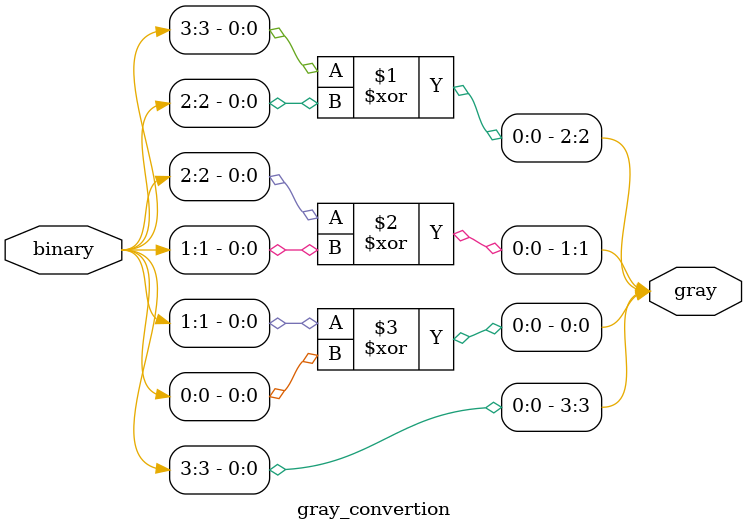
<source format=v>
`timescale 1ns / 1ps


module gray_convertion(binary,gray  );
input [3:0] binary;
output [3:0] gray;
assign gray [3]=binary[3];
assign gray[2]=binary[3]^binary[2];
//assign gray=binary^(binary>>1);  // 0010
assign gray [1]=binary[2]^binary[1];
assign gray [0]=binary[1]^binary[0];

////........1000  ^ 0100   //  1100  //  c 
////....... 1011  ^ 0101   //  1110  //  e   
///........ 1100  ^ 0110   //  1010  // a


endmodule

</source>
